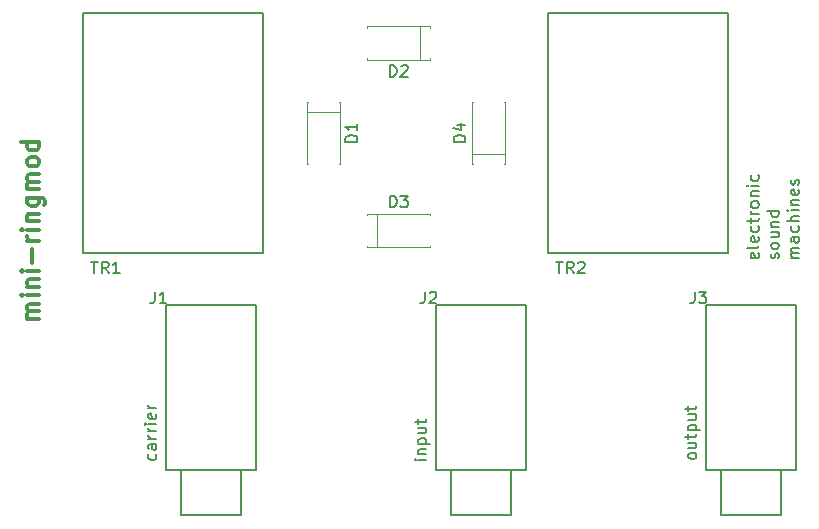
<source format=gto>
G04 #@! TF.FileFunction,Legend,Top*
%FSLAX46Y46*%
G04 Gerber Fmt 4.6, Leading zero omitted, Abs format (unit mm)*
G04 Created by KiCad (PCBNEW 4.0.7) date Monday 10 September 2018 20:52:00*
%MOMM*%
%LPD*%
G01*
G04 APERTURE LIST*
%ADD10C,0.100000*%
%ADD11C,0.200000*%
%ADD12C,0.300000*%
%ADD13C,0.150000*%
%ADD14C,0.120000*%
G04 APERTURE END LIST*
D10*
D11*
X186664762Y-116855952D02*
X186712381Y-116951190D01*
X186712381Y-117141667D01*
X186664762Y-117236905D01*
X186569524Y-117284524D01*
X186188571Y-117284524D01*
X186093333Y-117236905D01*
X186045714Y-117141667D01*
X186045714Y-116951190D01*
X186093333Y-116855952D01*
X186188571Y-116808333D01*
X186283810Y-116808333D01*
X186379048Y-117284524D01*
X186712381Y-116236905D02*
X186664762Y-116332143D01*
X186569524Y-116379762D01*
X185712381Y-116379762D01*
X186664762Y-115474999D02*
X186712381Y-115570237D01*
X186712381Y-115760714D01*
X186664762Y-115855952D01*
X186569524Y-115903571D01*
X186188571Y-115903571D01*
X186093333Y-115855952D01*
X186045714Y-115760714D01*
X186045714Y-115570237D01*
X186093333Y-115474999D01*
X186188571Y-115427380D01*
X186283810Y-115427380D01*
X186379048Y-115903571D01*
X186664762Y-114570237D02*
X186712381Y-114665475D01*
X186712381Y-114855952D01*
X186664762Y-114951190D01*
X186617143Y-114998809D01*
X186521905Y-115046428D01*
X186236190Y-115046428D01*
X186140952Y-114998809D01*
X186093333Y-114951190D01*
X186045714Y-114855952D01*
X186045714Y-114665475D01*
X186093333Y-114570237D01*
X186045714Y-114284523D02*
X186045714Y-113903571D01*
X185712381Y-114141666D02*
X186569524Y-114141666D01*
X186664762Y-114094047D01*
X186712381Y-113998809D01*
X186712381Y-113903571D01*
X186712381Y-113570237D02*
X186045714Y-113570237D01*
X186236190Y-113570237D02*
X186140952Y-113522618D01*
X186093333Y-113474999D01*
X186045714Y-113379761D01*
X186045714Y-113284522D01*
X186712381Y-112808332D02*
X186664762Y-112903570D01*
X186617143Y-112951189D01*
X186521905Y-112998808D01*
X186236190Y-112998808D01*
X186140952Y-112951189D01*
X186093333Y-112903570D01*
X186045714Y-112808332D01*
X186045714Y-112665474D01*
X186093333Y-112570236D01*
X186140952Y-112522617D01*
X186236190Y-112474998D01*
X186521905Y-112474998D01*
X186617143Y-112522617D01*
X186664762Y-112570236D01*
X186712381Y-112665474D01*
X186712381Y-112808332D01*
X186045714Y-112046427D02*
X186712381Y-112046427D01*
X186140952Y-112046427D02*
X186093333Y-111998808D01*
X186045714Y-111903570D01*
X186045714Y-111760712D01*
X186093333Y-111665474D01*
X186188571Y-111617855D01*
X186712381Y-111617855D01*
X186712381Y-111141665D02*
X186045714Y-111141665D01*
X185712381Y-111141665D02*
X185760000Y-111189284D01*
X185807619Y-111141665D01*
X185760000Y-111094046D01*
X185712381Y-111141665D01*
X185807619Y-111141665D01*
X186664762Y-110236903D02*
X186712381Y-110332141D01*
X186712381Y-110522618D01*
X186664762Y-110617856D01*
X186617143Y-110665475D01*
X186521905Y-110713094D01*
X186236190Y-110713094D01*
X186140952Y-110665475D01*
X186093333Y-110617856D01*
X186045714Y-110522618D01*
X186045714Y-110332141D01*
X186093333Y-110236903D01*
X188364762Y-117284524D02*
X188412381Y-117189286D01*
X188412381Y-116998810D01*
X188364762Y-116903571D01*
X188269524Y-116855952D01*
X188221905Y-116855952D01*
X188126667Y-116903571D01*
X188079048Y-116998810D01*
X188079048Y-117141667D01*
X188031429Y-117236905D01*
X187936190Y-117284524D01*
X187888571Y-117284524D01*
X187793333Y-117236905D01*
X187745714Y-117141667D01*
X187745714Y-116998810D01*
X187793333Y-116903571D01*
X188412381Y-116284524D02*
X188364762Y-116379762D01*
X188317143Y-116427381D01*
X188221905Y-116475000D01*
X187936190Y-116475000D01*
X187840952Y-116427381D01*
X187793333Y-116379762D01*
X187745714Y-116284524D01*
X187745714Y-116141666D01*
X187793333Y-116046428D01*
X187840952Y-115998809D01*
X187936190Y-115951190D01*
X188221905Y-115951190D01*
X188317143Y-115998809D01*
X188364762Y-116046428D01*
X188412381Y-116141666D01*
X188412381Y-116284524D01*
X187745714Y-115094047D02*
X188412381Y-115094047D01*
X187745714Y-115522619D02*
X188269524Y-115522619D01*
X188364762Y-115475000D01*
X188412381Y-115379762D01*
X188412381Y-115236904D01*
X188364762Y-115141666D01*
X188317143Y-115094047D01*
X187745714Y-114617857D02*
X188412381Y-114617857D01*
X187840952Y-114617857D02*
X187793333Y-114570238D01*
X187745714Y-114475000D01*
X187745714Y-114332142D01*
X187793333Y-114236904D01*
X187888571Y-114189285D01*
X188412381Y-114189285D01*
X188412381Y-113284523D02*
X187412381Y-113284523D01*
X188364762Y-113284523D02*
X188412381Y-113379761D01*
X188412381Y-113570238D01*
X188364762Y-113665476D01*
X188317143Y-113713095D01*
X188221905Y-113760714D01*
X187936190Y-113760714D01*
X187840952Y-113713095D01*
X187793333Y-113665476D01*
X187745714Y-113570238D01*
X187745714Y-113379761D01*
X187793333Y-113284523D01*
X190112381Y-117236905D02*
X189445714Y-117236905D01*
X189540952Y-117236905D02*
X189493333Y-117189286D01*
X189445714Y-117094048D01*
X189445714Y-116951190D01*
X189493333Y-116855952D01*
X189588571Y-116808333D01*
X190112381Y-116808333D01*
X189588571Y-116808333D02*
X189493333Y-116760714D01*
X189445714Y-116665476D01*
X189445714Y-116522619D01*
X189493333Y-116427381D01*
X189588571Y-116379762D01*
X190112381Y-116379762D01*
X190112381Y-115475000D02*
X189588571Y-115475000D01*
X189493333Y-115522619D01*
X189445714Y-115617857D01*
X189445714Y-115808334D01*
X189493333Y-115903572D01*
X190064762Y-115475000D02*
X190112381Y-115570238D01*
X190112381Y-115808334D01*
X190064762Y-115903572D01*
X189969524Y-115951191D01*
X189874286Y-115951191D01*
X189779048Y-115903572D01*
X189731429Y-115808334D01*
X189731429Y-115570238D01*
X189683810Y-115475000D01*
X190064762Y-114570238D02*
X190112381Y-114665476D01*
X190112381Y-114855953D01*
X190064762Y-114951191D01*
X190017143Y-114998810D01*
X189921905Y-115046429D01*
X189636190Y-115046429D01*
X189540952Y-114998810D01*
X189493333Y-114951191D01*
X189445714Y-114855953D01*
X189445714Y-114665476D01*
X189493333Y-114570238D01*
X190112381Y-114141667D02*
X189112381Y-114141667D01*
X190112381Y-113713095D02*
X189588571Y-113713095D01*
X189493333Y-113760714D01*
X189445714Y-113855952D01*
X189445714Y-113998810D01*
X189493333Y-114094048D01*
X189540952Y-114141667D01*
X190112381Y-113236905D02*
X189445714Y-113236905D01*
X189112381Y-113236905D02*
X189160000Y-113284524D01*
X189207619Y-113236905D01*
X189160000Y-113189286D01*
X189112381Y-113236905D01*
X189207619Y-113236905D01*
X189445714Y-112760715D02*
X190112381Y-112760715D01*
X189540952Y-112760715D02*
X189493333Y-112713096D01*
X189445714Y-112617858D01*
X189445714Y-112475000D01*
X189493333Y-112379762D01*
X189588571Y-112332143D01*
X190112381Y-112332143D01*
X190064762Y-111475000D02*
X190112381Y-111570238D01*
X190112381Y-111760715D01*
X190064762Y-111855953D01*
X189969524Y-111903572D01*
X189588571Y-111903572D01*
X189493333Y-111855953D01*
X189445714Y-111760715D01*
X189445714Y-111570238D01*
X189493333Y-111475000D01*
X189588571Y-111427381D01*
X189683810Y-111427381D01*
X189779048Y-111903572D01*
X190064762Y-111046429D02*
X190112381Y-110951191D01*
X190112381Y-110760715D01*
X190064762Y-110665476D01*
X189969524Y-110617857D01*
X189921905Y-110617857D01*
X189826667Y-110665476D01*
X189779048Y-110760715D01*
X189779048Y-110903572D01*
X189731429Y-110998810D01*
X189636190Y-111046429D01*
X189588571Y-111046429D01*
X189493333Y-110998810D01*
X189445714Y-110903572D01*
X189445714Y-110760715D01*
X189493333Y-110665476D01*
D12*
X125773571Y-122435000D02*
X124773571Y-122435000D01*
X124916429Y-122435000D02*
X124845000Y-122363572D01*
X124773571Y-122220714D01*
X124773571Y-122006429D01*
X124845000Y-121863572D01*
X124987857Y-121792143D01*
X125773571Y-121792143D01*
X124987857Y-121792143D02*
X124845000Y-121720714D01*
X124773571Y-121577857D01*
X124773571Y-121363572D01*
X124845000Y-121220714D01*
X124987857Y-121149286D01*
X125773571Y-121149286D01*
X125773571Y-120435000D02*
X124773571Y-120435000D01*
X124273571Y-120435000D02*
X124345000Y-120506429D01*
X124416429Y-120435000D01*
X124345000Y-120363572D01*
X124273571Y-120435000D01*
X124416429Y-120435000D01*
X124773571Y-119720714D02*
X125773571Y-119720714D01*
X124916429Y-119720714D02*
X124845000Y-119649286D01*
X124773571Y-119506428D01*
X124773571Y-119292143D01*
X124845000Y-119149286D01*
X124987857Y-119077857D01*
X125773571Y-119077857D01*
X125773571Y-118363571D02*
X124773571Y-118363571D01*
X124273571Y-118363571D02*
X124345000Y-118435000D01*
X124416429Y-118363571D01*
X124345000Y-118292143D01*
X124273571Y-118363571D01*
X124416429Y-118363571D01*
X125202143Y-117649285D02*
X125202143Y-116506428D01*
X125773571Y-115792142D02*
X124773571Y-115792142D01*
X125059286Y-115792142D02*
X124916429Y-115720714D01*
X124845000Y-115649285D01*
X124773571Y-115506428D01*
X124773571Y-115363571D01*
X125773571Y-114863571D02*
X124773571Y-114863571D01*
X124273571Y-114863571D02*
X124345000Y-114935000D01*
X124416429Y-114863571D01*
X124345000Y-114792143D01*
X124273571Y-114863571D01*
X124416429Y-114863571D01*
X124773571Y-114149285D02*
X125773571Y-114149285D01*
X124916429Y-114149285D02*
X124845000Y-114077857D01*
X124773571Y-113934999D01*
X124773571Y-113720714D01*
X124845000Y-113577857D01*
X124987857Y-113506428D01*
X125773571Y-113506428D01*
X124773571Y-112149285D02*
X125987857Y-112149285D01*
X126130714Y-112220714D01*
X126202143Y-112292142D01*
X126273571Y-112434999D01*
X126273571Y-112649285D01*
X126202143Y-112792142D01*
X125702143Y-112149285D02*
X125773571Y-112292142D01*
X125773571Y-112577856D01*
X125702143Y-112720714D01*
X125630714Y-112792142D01*
X125487857Y-112863571D01*
X125059286Y-112863571D01*
X124916429Y-112792142D01*
X124845000Y-112720714D01*
X124773571Y-112577856D01*
X124773571Y-112292142D01*
X124845000Y-112149285D01*
X125773571Y-111434999D02*
X124773571Y-111434999D01*
X124916429Y-111434999D02*
X124845000Y-111363571D01*
X124773571Y-111220713D01*
X124773571Y-111006428D01*
X124845000Y-110863571D01*
X124987857Y-110792142D01*
X125773571Y-110792142D01*
X124987857Y-110792142D02*
X124845000Y-110720713D01*
X124773571Y-110577856D01*
X124773571Y-110363571D01*
X124845000Y-110220713D01*
X124987857Y-110149285D01*
X125773571Y-110149285D01*
X125773571Y-109220713D02*
X125702143Y-109363571D01*
X125630714Y-109434999D01*
X125487857Y-109506428D01*
X125059286Y-109506428D01*
X124916429Y-109434999D01*
X124845000Y-109363571D01*
X124773571Y-109220713D01*
X124773571Y-109006428D01*
X124845000Y-108863571D01*
X124916429Y-108792142D01*
X125059286Y-108720713D01*
X125487857Y-108720713D01*
X125630714Y-108792142D01*
X125702143Y-108863571D01*
X125773571Y-109006428D01*
X125773571Y-109220713D01*
X125773571Y-107434999D02*
X124273571Y-107434999D01*
X125702143Y-107434999D02*
X125773571Y-107577856D01*
X125773571Y-107863570D01*
X125702143Y-108006428D01*
X125630714Y-108077856D01*
X125487857Y-108149285D01*
X125059286Y-108149285D01*
X124916429Y-108077856D01*
X124845000Y-108006428D01*
X124773571Y-107863570D01*
X124773571Y-107577856D01*
X124845000Y-107434999D01*
D11*
X181427381Y-134080001D02*
X181379762Y-134175239D01*
X181332143Y-134222858D01*
X181236905Y-134270477D01*
X180951190Y-134270477D01*
X180855952Y-134222858D01*
X180808333Y-134175239D01*
X180760714Y-134080001D01*
X180760714Y-133937143D01*
X180808333Y-133841905D01*
X180855952Y-133794286D01*
X180951190Y-133746667D01*
X181236905Y-133746667D01*
X181332143Y-133794286D01*
X181379762Y-133841905D01*
X181427381Y-133937143D01*
X181427381Y-134080001D01*
X180760714Y-132889524D02*
X181427381Y-132889524D01*
X180760714Y-133318096D02*
X181284524Y-133318096D01*
X181379762Y-133270477D01*
X181427381Y-133175239D01*
X181427381Y-133032381D01*
X181379762Y-132937143D01*
X181332143Y-132889524D01*
X180760714Y-132556191D02*
X180760714Y-132175239D01*
X180427381Y-132413334D02*
X181284524Y-132413334D01*
X181379762Y-132365715D01*
X181427381Y-132270477D01*
X181427381Y-132175239D01*
X180760714Y-131841905D02*
X181760714Y-131841905D01*
X180808333Y-131841905D02*
X180760714Y-131746667D01*
X180760714Y-131556190D01*
X180808333Y-131460952D01*
X180855952Y-131413333D01*
X180951190Y-131365714D01*
X181236905Y-131365714D01*
X181332143Y-131413333D01*
X181379762Y-131460952D01*
X181427381Y-131556190D01*
X181427381Y-131746667D01*
X181379762Y-131841905D01*
X180760714Y-130508571D02*
X181427381Y-130508571D01*
X180760714Y-130937143D02*
X181284524Y-130937143D01*
X181379762Y-130889524D01*
X181427381Y-130794286D01*
X181427381Y-130651428D01*
X181379762Y-130556190D01*
X181332143Y-130508571D01*
X180760714Y-130175238D02*
X180760714Y-129794286D01*
X180427381Y-130032381D02*
X181284524Y-130032381D01*
X181379762Y-129984762D01*
X181427381Y-129889524D01*
X181427381Y-129794286D01*
X158567381Y-134357857D02*
X157900714Y-134357857D01*
X157567381Y-134357857D02*
X157615000Y-134405476D01*
X157662619Y-134357857D01*
X157615000Y-134310238D01*
X157567381Y-134357857D01*
X157662619Y-134357857D01*
X157900714Y-133881667D02*
X158567381Y-133881667D01*
X157995952Y-133881667D02*
X157948333Y-133834048D01*
X157900714Y-133738810D01*
X157900714Y-133595952D01*
X157948333Y-133500714D01*
X158043571Y-133453095D01*
X158567381Y-133453095D01*
X157900714Y-132976905D02*
X158900714Y-132976905D01*
X157948333Y-132976905D02*
X157900714Y-132881667D01*
X157900714Y-132691190D01*
X157948333Y-132595952D01*
X157995952Y-132548333D01*
X158091190Y-132500714D01*
X158376905Y-132500714D01*
X158472143Y-132548333D01*
X158519762Y-132595952D01*
X158567381Y-132691190D01*
X158567381Y-132881667D01*
X158519762Y-132976905D01*
X157900714Y-131643571D02*
X158567381Y-131643571D01*
X157900714Y-132072143D02*
X158424524Y-132072143D01*
X158519762Y-132024524D01*
X158567381Y-131929286D01*
X158567381Y-131786428D01*
X158519762Y-131691190D01*
X158472143Y-131643571D01*
X157900714Y-131310238D02*
X157900714Y-130929286D01*
X157567381Y-131167381D02*
X158424524Y-131167381D01*
X158519762Y-131119762D01*
X158567381Y-131024524D01*
X158567381Y-130929286D01*
X135659762Y-133889524D02*
X135707381Y-133984762D01*
X135707381Y-134175239D01*
X135659762Y-134270477D01*
X135612143Y-134318096D01*
X135516905Y-134365715D01*
X135231190Y-134365715D01*
X135135952Y-134318096D01*
X135088333Y-134270477D01*
X135040714Y-134175239D01*
X135040714Y-133984762D01*
X135088333Y-133889524D01*
X135707381Y-133032381D02*
X135183571Y-133032381D01*
X135088333Y-133080000D01*
X135040714Y-133175238D01*
X135040714Y-133365715D01*
X135088333Y-133460953D01*
X135659762Y-133032381D02*
X135707381Y-133127619D01*
X135707381Y-133365715D01*
X135659762Y-133460953D01*
X135564524Y-133508572D01*
X135469286Y-133508572D01*
X135374048Y-133460953D01*
X135326429Y-133365715D01*
X135326429Y-133127619D01*
X135278810Y-133032381D01*
X135707381Y-132556191D02*
X135040714Y-132556191D01*
X135231190Y-132556191D02*
X135135952Y-132508572D01*
X135088333Y-132460953D01*
X135040714Y-132365715D01*
X135040714Y-132270476D01*
X135707381Y-131937143D02*
X135040714Y-131937143D01*
X135231190Y-131937143D02*
X135135952Y-131889524D01*
X135088333Y-131841905D01*
X135040714Y-131746667D01*
X135040714Y-131651428D01*
X135707381Y-131318095D02*
X135040714Y-131318095D01*
X134707381Y-131318095D02*
X134755000Y-131365714D01*
X134802619Y-131318095D01*
X134755000Y-131270476D01*
X134707381Y-131318095D01*
X134802619Y-131318095D01*
X135659762Y-130460952D02*
X135707381Y-130556190D01*
X135707381Y-130746667D01*
X135659762Y-130841905D01*
X135564524Y-130889524D01*
X135183571Y-130889524D01*
X135088333Y-130841905D01*
X135040714Y-130746667D01*
X135040714Y-130556190D01*
X135088333Y-130460952D01*
X135183571Y-130413333D01*
X135278810Y-130413333D01*
X135374048Y-130889524D01*
X135707381Y-129984762D02*
X135040714Y-129984762D01*
X135231190Y-129984762D02*
X135135952Y-129937143D01*
X135088333Y-129889524D01*
X135040714Y-129794286D01*
X135040714Y-129699047D01*
D13*
X168910000Y-116840000D02*
X168910000Y-109220000D01*
X175260000Y-116840000D02*
X168910000Y-116840000D01*
X184150000Y-109220000D02*
X184150000Y-116840000D01*
X175260000Y-96520000D02*
X168910000Y-96520000D01*
X184150000Y-96520000D02*
X184150000Y-109220000D01*
X184150000Y-116840000D02*
X175260000Y-116840000D01*
X168910000Y-109220000D02*
X168910000Y-96520000D01*
X175260000Y-96520000D02*
X184150000Y-96520000D01*
X129540000Y-116840000D02*
X129540000Y-109220000D01*
X135890000Y-116840000D02*
X129540000Y-116840000D01*
X144780000Y-109220000D02*
X144780000Y-116840000D01*
X135890000Y-96520000D02*
X129540000Y-96520000D01*
X144780000Y-96520000D02*
X144780000Y-109220000D01*
X144780000Y-116840000D02*
X135890000Y-116840000D01*
X129540000Y-109220000D02*
X129540000Y-96520000D01*
X135890000Y-96520000D02*
X144780000Y-96520000D01*
X183515000Y-135255000D02*
X183515000Y-139065000D01*
X183515000Y-139065000D02*
X188595000Y-139065000D01*
X188595000Y-139065000D02*
X188595000Y-135255000D01*
X189865000Y-135255000D02*
X182245000Y-135255000D01*
X182245000Y-135255000D02*
X182245000Y-121285000D01*
X182245000Y-121285000D02*
X189865000Y-121285000D01*
X189865000Y-121285000D02*
X189865000Y-135255000D01*
D14*
X151140000Y-104020000D02*
X151270000Y-104020000D01*
X151270000Y-104020000D02*
X151270000Y-109340000D01*
X151270000Y-109340000D02*
X151140000Y-109340000D01*
X148580000Y-104020000D02*
X148450000Y-104020000D01*
X148450000Y-104020000D02*
X148450000Y-109340000D01*
X148450000Y-109340000D02*
X148580000Y-109340000D01*
X151270000Y-104860000D02*
X148450000Y-104860000D01*
X158870000Y-100340000D02*
X158870000Y-100470000D01*
X158870000Y-100470000D02*
X153550000Y-100470000D01*
X153550000Y-100470000D02*
X153550000Y-100340000D01*
X158870000Y-97780000D02*
X158870000Y-97650000D01*
X158870000Y-97650000D02*
X153550000Y-97650000D01*
X153550000Y-97650000D02*
X153550000Y-97780000D01*
X158030000Y-100470000D02*
X158030000Y-97650000D01*
X153550000Y-113655000D02*
X153550000Y-113525000D01*
X153550000Y-113525000D02*
X158870000Y-113525000D01*
X158870000Y-113525000D02*
X158870000Y-113655000D01*
X153550000Y-116215000D02*
X153550000Y-116345000D01*
X153550000Y-116345000D02*
X158870000Y-116345000D01*
X158870000Y-116345000D02*
X158870000Y-116215000D01*
X154390000Y-113525000D02*
X154390000Y-116345000D01*
X162550000Y-109340000D02*
X162420000Y-109340000D01*
X162420000Y-109340000D02*
X162420000Y-104020000D01*
X162420000Y-104020000D02*
X162550000Y-104020000D01*
X165110000Y-109340000D02*
X165240000Y-109340000D01*
X165240000Y-109340000D02*
X165240000Y-104020000D01*
X165240000Y-104020000D02*
X165110000Y-104020000D01*
X162420000Y-108500000D02*
X165240000Y-108500000D01*
D13*
X137795000Y-135255000D02*
X137795000Y-139065000D01*
X137795000Y-139065000D02*
X142875000Y-139065000D01*
X142875000Y-139065000D02*
X142875000Y-135255000D01*
X144145000Y-135255000D02*
X136525000Y-135255000D01*
X136525000Y-135255000D02*
X136525000Y-121285000D01*
X136525000Y-121285000D02*
X144145000Y-121285000D01*
X144145000Y-121285000D02*
X144145000Y-135255000D01*
X160655000Y-135255000D02*
X160655000Y-139065000D01*
X160655000Y-139065000D02*
X165735000Y-139065000D01*
X165735000Y-139065000D02*
X165735000Y-135255000D01*
X167005000Y-135255000D02*
X159385000Y-135255000D01*
X159385000Y-135255000D02*
X159385000Y-121285000D01*
X159385000Y-121285000D02*
X167005000Y-121285000D01*
X167005000Y-121285000D02*
X167005000Y-135255000D01*
X169553095Y-117562381D02*
X170124524Y-117562381D01*
X169838809Y-118562381D02*
X169838809Y-117562381D01*
X171029286Y-118562381D02*
X170695952Y-118086190D01*
X170457857Y-118562381D02*
X170457857Y-117562381D01*
X170838810Y-117562381D01*
X170934048Y-117610000D01*
X170981667Y-117657619D01*
X171029286Y-117752857D01*
X171029286Y-117895714D01*
X170981667Y-117990952D01*
X170934048Y-118038571D01*
X170838810Y-118086190D01*
X170457857Y-118086190D01*
X171410238Y-117657619D02*
X171457857Y-117610000D01*
X171553095Y-117562381D01*
X171791191Y-117562381D01*
X171886429Y-117610000D01*
X171934048Y-117657619D01*
X171981667Y-117752857D01*
X171981667Y-117848095D01*
X171934048Y-117990952D01*
X171362619Y-118562381D01*
X171981667Y-118562381D01*
X130183095Y-117562381D02*
X130754524Y-117562381D01*
X130468809Y-118562381D02*
X130468809Y-117562381D01*
X131659286Y-118562381D02*
X131325952Y-118086190D01*
X131087857Y-118562381D02*
X131087857Y-117562381D01*
X131468810Y-117562381D01*
X131564048Y-117610000D01*
X131611667Y-117657619D01*
X131659286Y-117752857D01*
X131659286Y-117895714D01*
X131611667Y-117990952D01*
X131564048Y-118038571D01*
X131468810Y-118086190D01*
X131087857Y-118086190D01*
X132611667Y-118562381D02*
X132040238Y-118562381D01*
X132325952Y-118562381D02*
X132325952Y-117562381D01*
X132230714Y-117705238D01*
X132135476Y-117800476D01*
X132040238Y-117848095D01*
X181276667Y-120102381D02*
X181276667Y-120816667D01*
X181229047Y-120959524D01*
X181133809Y-121054762D01*
X180990952Y-121102381D01*
X180895714Y-121102381D01*
X181657619Y-120102381D02*
X182276667Y-120102381D01*
X181943333Y-120483333D01*
X182086191Y-120483333D01*
X182181429Y-120530952D01*
X182229048Y-120578571D01*
X182276667Y-120673810D01*
X182276667Y-120911905D01*
X182229048Y-121007143D01*
X182181429Y-121054762D01*
X182086191Y-121102381D01*
X181800476Y-121102381D01*
X181705238Y-121054762D01*
X181657619Y-121007143D01*
X152722381Y-107418095D02*
X151722381Y-107418095D01*
X151722381Y-107180000D01*
X151770000Y-107037142D01*
X151865238Y-106941904D01*
X151960476Y-106894285D01*
X152150952Y-106846666D01*
X152293810Y-106846666D01*
X152484286Y-106894285D01*
X152579524Y-106941904D01*
X152674762Y-107037142D01*
X152722381Y-107180000D01*
X152722381Y-107418095D01*
X152722381Y-105894285D02*
X152722381Y-106465714D01*
X152722381Y-106180000D02*
X151722381Y-106180000D01*
X151865238Y-106275238D01*
X151960476Y-106370476D01*
X152008095Y-106465714D01*
X155471905Y-101922381D02*
X155471905Y-100922381D01*
X155710000Y-100922381D01*
X155852858Y-100970000D01*
X155948096Y-101065238D01*
X155995715Y-101160476D01*
X156043334Y-101350952D01*
X156043334Y-101493810D01*
X155995715Y-101684286D01*
X155948096Y-101779524D01*
X155852858Y-101874762D01*
X155710000Y-101922381D01*
X155471905Y-101922381D01*
X156424286Y-101017619D02*
X156471905Y-100970000D01*
X156567143Y-100922381D01*
X156805239Y-100922381D01*
X156900477Y-100970000D01*
X156948096Y-101017619D01*
X156995715Y-101112857D01*
X156995715Y-101208095D01*
X156948096Y-101350952D01*
X156376667Y-101922381D01*
X156995715Y-101922381D01*
X155471905Y-112977381D02*
X155471905Y-111977381D01*
X155710000Y-111977381D01*
X155852858Y-112025000D01*
X155948096Y-112120238D01*
X155995715Y-112215476D01*
X156043334Y-112405952D01*
X156043334Y-112548810D01*
X155995715Y-112739286D01*
X155948096Y-112834524D01*
X155852858Y-112929762D01*
X155710000Y-112977381D01*
X155471905Y-112977381D01*
X156376667Y-111977381D02*
X156995715Y-111977381D01*
X156662381Y-112358333D01*
X156805239Y-112358333D01*
X156900477Y-112405952D01*
X156948096Y-112453571D01*
X156995715Y-112548810D01*
X156995715Y-112786905D01*
X156948096Y-112882143D01*
X156900477Y-112929762D01*
X156805239Y-112977381D01*
X156519524Y-112977381D01*
X156424286Y-112929762D01*
X156376667Y-112882143D01*
X161872381Y-107418095D02*
X160872381Y-107418095D01*
X160872381Y-107180000D01*
X160920000Y-107037142D01*
X161015238Y-106941904D01*
X161110476Y-106894285D01*
X161300952Y-106846666D01*
X161443810Y-106846666D01*
X161634286Y-106894285D01*
X161729524Y-106941904D01*
X161824762Y-107037142D01*
X161872381Y-107180000D01*
X161872381Y-107418095D01*
X161205714Y-105989523D02*
X161872381Y-105989523D01*
X160824762Y-106227619D02*
X161539048Y-106465714D01*
X161539048Y-105846666D01*
X135556667Y-120102381D02*
X135556667Y-120816667D01*
X135509047Y-120959524D01*
X135413809Y-121054762D01*
X135270952Y-121102381D01*
X135175714Y-121102381D01*
X136556667Y-121102381D02*
X135985238Y-121102381D01*
X136270952Y-121102381D02*
X136270952Y-120102381D01*
X136175714Y-120245238D01*
X136080476Y-120340476D01*
X135985238Y-120388095D01*
X158416667Y-120102381D02*
X158416667Y-120816667D01*
X158369047Y-120959524D01*
X158273809Y-121054762D01*
X158130952Y-121102381D01*
X158035714Y-121102381D01*
X158845238Y-120197619D02*
X158892857Y-120150000D01*
X158988095Y-120102381D01*
X159226191Y-120102381D01*
X159321429Y-120150000D01*
X159369048Y-120197619D01*
X159416667Y-120292857D01*
X159416667Y-120388095D01*
X159369048Y-120530952D01*
X158797619Y-121102381D01*
X159416667Y-121102381D01*
M02*

</source>
